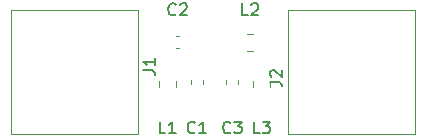
<source format=gbr>
%TF.GenerationSoftware,KiCad,Pcbnew,5.1.9*%
%TF.CreationDate,2021-04-06T14:52:37+03:00*%
%TF.ProjectId,ufilter-pcb,7566696c-7465-4722-9d70-63622e6b6963,r0*%
%TF.SameCoordinates,Original*%
%TF.FileFunction,Legend,Top*%
%TF.FilePolarity,Positive*%
%FSLAX46Y46*%
G04 Gerber Fmt 4.6, Leading zero omitted, Abs format (unit mm)*
G04 Created by KiCad (PCBNEW 5.1.9) date 2021-04-06 14:52:37*
%MOMM*%
%LPD*%
G01*
G04 APERTURE LIST*
%ADD10C,0.120000*%
%ADD11C,0.150000*%
G04 APERTURE END LIST*
D10*
%TO.C,C1*%
X76510000Y-27716233D02*
X76510000Y-28008767D01*
X75490000Y-27716233D02*
X75490000Y-28008767D01*
%TO.C,C2*%
X74508767Y-23990000D02*
X74216233Y-23990000D01*
X74508767Y-25010000D02*
X74216233Y-25010000D01*
%TO.C,C3*%
X78490000Y-27716233D02*
X78490000Y-28008767D01*
X79510000Y-27716233D02*
X79510000Y-28008767D01*
%TO.C,L1*%
X72790000Y-28286252D02*
X72790000Y-27763748D01*
X74210000Y-28286252D02*
X74210000Y-27763748D01*
%TO.C,L2*%
X80736252Y-23790000D02*
X80213748Y-23790000D01*
X80736252Y-25210000D02*
X80213748Y-25210000D01*
%TO.C,L3*%
X82210000Y-28286252D02*
X82210000Y-27763748D01*
X80790000Y-28286252D02*
X80790000Y-27763748D01*
%TO.C,J1*%
X71000000Y-32250000D02*
X60250000Y-32250000D01*
X71000000Y-21750000D02*
X71000000Y-32250000D01*
X60250000Y-21750000D02*
X71000000Y-21750000D01*
X60250000Y-32250000D02*
X60250000Y-21750000D01*
%TO.C,J2*%
X94500000Y-21750000D02*
X94500000Y-32250000D01*
X94500000Y-32250000D02*
X83750000Y-32250000D01*
X83750000Y-32250000D02*
X83750000Y-21750000D01*
X83750000Y-21750000D02*
X94500000Y-21750000D01*
%TO.C,C1*%
D11*
X75833333Y-32107142D02*
X75785714Y-32154761D01*
X75642857Y-32202380D01*
X75547619Y-32202380D01*
X75404761Y-32154761D01*
X75309523Y-32059523D01*
X75261904Y-31964285D01*
X75214285Y-31773809D01*
X75214285Y-31630952D01*
X75261904Y-31440476D01*
X75309523Y-31345238D01*
X75404761Y-31250000D01*
X75547619Y-31202380D01*
X75642857Y-31202380D01*
X75785714Y-31250000D01*
X75833333Y-31297619D01*
X76785714Y-32202380D02*
X76214285Y-32202380D01*
X76500000Y-32202380D02*
X76500000Y-31202380D01*
X76404761Y-31345238D01*
X76309523Y-31440476D01*
X76214285Y-31488095D01*
%TO.C,C2*%
X74195833Y-22107142D02*
X74148214Y-22154761D01*
X74005357Y-22202380D01*
X73910119Y-22202380D01*
X73767261Y-22154761D01*
X73672023Y-22059523D01*
X73624404Y-21964285D01*
X73576785Y-21773809D01*
X73576785Y-21630952D01*
X73624404Y-21440476D01*
X73672023Y-21345238D01*
X73767261Y-21250000D01*
X73910119Y-21202380D01*
X74005357Y-21202380D01*
X74148214Y-21250000D01*
X74195833Y-21297619D01*
X74576785Y-21297619D02*
X74624404Y-21250000D01*
X74719642Y-21202380D01*
X74957738Y-21202380D01*
X75052976Y-21250000D01*
X75100595Y-21297619D01*
X75148214Y-21392857D01*
X75148214Y-21488095D01*
X75100595Y-21630952D01*
X74529166Y-22202380D01*
X75148214Y-22202380D01*
%TO.C,C3*%
X78833333Y-32107142D02*
X78785714Y-32154761D01*
X78642857Y-32202380D01*
X78547619Y-32202380D01*
X78404761Y-32154761D01*
X78309523Y-32059523D01*
X78261904Y-31964285D01*
X78214285Y-31773809D01*
X78214285Y-31630952D01*
X78261904Y-31440476D01*
X78309523Y-31345238D01*
X78404761Y-31250000D01*
X78547619Y-31202380D01*
X78642857Y-31202380D01*
X78785714Y-31250000D01*
X78833333Y-31297619D01*
X79166666Y-31202380D02*
X79785714Y-31202380D01*
X79452380Y-31583333D01*
X79595238Y-31583333D01*
X79690476Y-31630952D01*
X79738095Y-31678571D01*
X79785714Y-31773809D01*
X79785714Y-32011904D01*
X79738095Y-32107142D01*
X79690476Y-32154761D01*
X79595238Y-32202380D01*
X79309523Y-32202380D01*
X79214285Y-32154761D01*
X79166666Y-32107142D01*
%TO.C,L1*%
X73333333Y-32202380D02*
X72857142Y-32202380D01*
X72857142Y-31202380D01*
X74190476Y-32202380D02*
X73619047Y-32202380D01*
X73904761Y-32202380D02*
X73904761Y-31202380D01*
X73809523Y-31345238D01*
X73714285Y-31440476D01*
X73619047Y-31488095D01*
%TO.C,L2*%
X80333333Y-22202380D02*
X79857142Y-22202380D01*
X79857142Y-21202380D01*
X80619047Y-21297619D02*
X80666666Y-21250000D01*
X80761904Y-21202380D01*
X81000000Y-21202380D01*
X81095238Y-21250000D01*
X81142857Y-21297619D01*
X81190476Y-21392857D01*
X81190476Y-21488095D01*
X81142857Y-21630952D01*
X80571428Y-22202380D01*
X81190476Y-22202380D01*
%TO.C,L3*%
X81333333Y-32202380D02*
X80857142Y-32202380D01*
X80857142Y-31202380D01*
X81571428Y-31202380D02*
X82190476Y-31202380D01*
X81857142Y-31583333D01*
X82000000Y-31583333D01*
X82095238Y-31630952D01*
X82142857Y-31678571D01*
X82190476Y-31773809D01*
X82190476Y-32011904D01*
X82142857Y-32107142D01*
X82095238Y-32154761D01*
X82000000Y-32202380D01*
X81714285Y-32202380D01*
X81619047Y-32154761D01*
X81571428Y-32107142D01*
%TO.C,J1*%
X71452380Y-26833333D02*
X72166666Y-26833333D01*
X72309523Y-26880952D01*
X72404761Y-26976190D01*
X72452380Y-27119047D01*
X72452380Y-27214285D01*
X72452380Y-25833333D02*
X72452380Y-26404761D01*
X72452380Y-26119047D02*
X71452380Y-26119047D01*
X71595238Y-26214285D01*
X71690476Y-26309523D01*
X71738095Y-26404761D01*
%TO.C,J2*%
X82202380Y-27833333D02*
X82916666Y-27833333D01*
X83059523Y-27880952D01*
X83154761Y-27976190D01*
X83202380Y-28119047D01*
X83202380Y-28214285D01*
X82297619Y-27404761D02*
X82250000Y-27357142D01*
X82202380Y-27261904D01*
X82202380Y-27023809D01*
X82250000Y-26928571D01*
X82297619Y-26880952D01*
X82392857Y-26833333D01*
X82488095Y-26833333D01*
X82630952Y-26880952D01*
X83202380Y-27452380D01*
X83202380Y-26833333D01*
%TD*%
M02*

</source>
